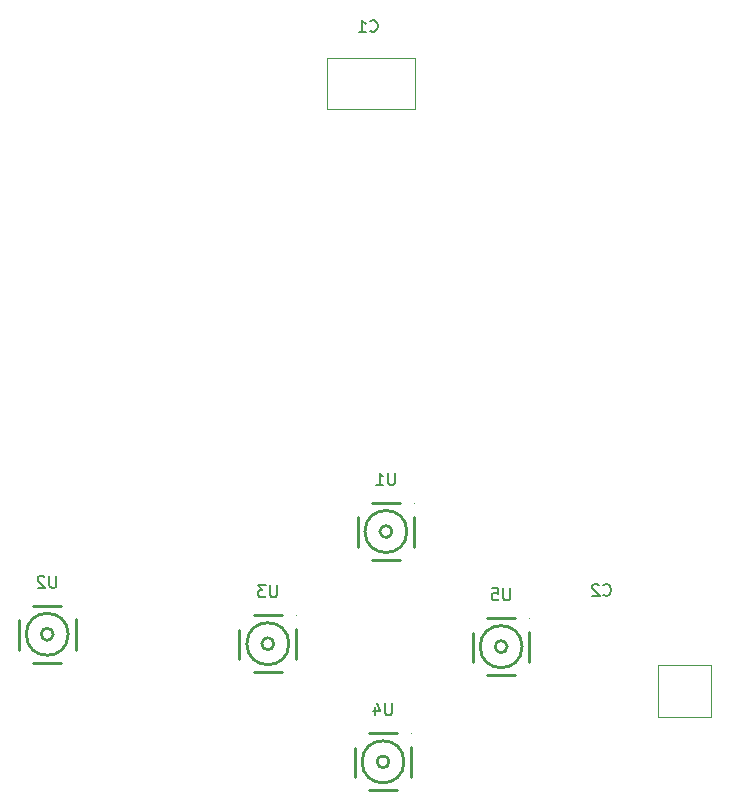
<source format=gbr>
%TF.GenerationSoftware,KiCad,Pcbnew,7.0.5*%
%TF.CreationDate,2023-07-18T08:52:37+01:00*%
%TF.ProjectId,rbuttons,72627574-746f-46e7-932e-6b696361645f,rev?*%
%TF.SameCoordinates,Original*%
%TF.FileFunction,Legend,Bot*%
%TF.FilePolarity,Positive*%
%FSLAX46Y46*%
G04 Gerber Fmt 4.6, Leading zero omitted, Abs format (unit mm)*
G04 Created by KiCad (PCBNEW 7.0.5) date 2023-07-18 08:52:37*
%MOMM*%
%LPD*%
G01*
G04 APERTURE LIST*
%ADD10C,0.150000*%
%ADD11C,0.254000*%
%ADD12C,0.059995*%
%ADD13C,0.120000*%
G04 APERTURE END LIST*
D10*
%TO.C,U2*%
X75831881Y-108754730D02*
X75831881Y-109564253D01*
X75831881Y-109564253D02*
X75784262Y-109659491D01*
X75784262Y-109659491D02*
X75736643Y-109707111D01*
X75736643Y-109707111D02*
X75641405Y-109754730D01*
X75641405Y-109754730D02*
X75450929Y-109754730D01*
X75450929Y-109754730D02*
X75355691Y-109707111D01*
X75355691Y-109707111D02*
X75308072Y-109659491D01*
X75308072Y-109659491D02*
X75260453Y-109564253D01*
X75260453Y-109564253D02*
X75260453Y-108754730D01*
X74831881Y-108849968D02*
X74784262Y-108802349D01*
X74784262Y-108802349D02*
X74689024Y-108754730D01*
X74689024Y-108754730D02*
X74450929Y-108754730D01*
X74450929Y-108754730D02*
X74355691Y-108802349D01*
X74355691Y-108802349D02*
X74308072Y-108849968D01*
X74308072Y-108849968D02*
X74260453Y-108945206D01*
X74260453Y-108945206D02*
X74260453Y-109040444D01*
X74260453Y-109040444D02*
X74308072Y-109183301D01*
X74308072Y-109183301D02*
X74879500Y-109754730D01*
X74879500Y-109754730D02*
X74260453Y-109754730D01*
%TO.C,U5*%
X114261904Y-109804768D02*
X114261904Y-110614291D01*
X114261904Y-110614291D02*
X114214285Y-110709529D01*
X114214285Y-110709529D02*
X114166666Y-110757149D01*
X114166666Y-110757149D02*
X114071428Y-110804768D01*
X114071428Y-110804768D02*
X113880952Y-110804768D01*
X113880952Y-110804768D02*
X113785714Y-110757149D01*
X113785714Y-110757149D02*
X113738095Y-110709529D01*
X113738095Y-110709529D02*
X113690476Y-110614291D01*
X113690476Y-110614291D02*
X113690476Y-109804768D01*
X112738095Y-109804768D02*
X113214285Y-109804768D01*
X113214285Y-109804768D02*
X113261904Y-110280958D01*
X113261904Y-110280958D02*
X113214285Y-110233339D01*
X113214285Y-110233339D02*
X113119047Y-110185720D01*
X113119047Y-110185720D02*
X112880952Y-110185720D01*
X112880952Y-110185720D02*
X112785714Y-110233339D01*
X112785714Y-110233339D02*
X112738095Y-110280958D01*
X112738095Y-110280958D02*
X112690476Y-110376196D01*
X112690476Y-110376196D02*
X112690476Y-110614291D01*
X112690476Y-110614291D02*
X112738095Y-110709529D01*
X112738095Y-110709529D02*
X112785714Y-110757149D01*
X112785714Y-110757149D02*
X112880952Y-110804768D01*
X112880952Y-110804768D02*
X113119047Y-110804768D01*
X113119047Y-110804768D02*
X113214285Y-110757149D01*
X113214285Y-110757149D02*
X113261904Y-110709529D01*
%TO.C,U3*%
X94511904Y-109554768D02*
X94511904Y-110364291D01*
X94511904Y-110364291D02*
X94464285Y-110459529D01*
X94464285Y-110459529D02*
X94416666Y-110507149D01*
X94416666Y-110507149D02*
X94321428Y-110554768D01*
X94321428Y-110554768D02*
X94130952Y-110554768D01*
X94130952Y-110554768D02*
X94035714Y-110507149D01*
X94035714Y-110507149D02*
X93988095Y-110459529D01*
X93988095Y-110459529D02*
X93940476Y-110364291D01*
X93940476Y-110364291D02*
X93940476Y-109554768D01*
X93559523Y-109554768D02*
X92940476Y-109554768D01*
X92940476Y-109554768D02*
X93273809Y-109935720D01*
X93273809Y-109935720D02*
X93130952Y-109935720D01*
X93130952Y-109935720D02*
X93035714Y-109983339D01*
X93035714Y-109983339D02*
X92988095Y-110030958D01*
X92988095Y-110030958D02*
X92940476Y-110126196D01*
X92940476Y-110126196D02*
X92940476Y-110364291D01*
X92940476Y-110364291D02*
X92988095Y-110459529D01*
X92988095Y-110459529D02*
X93035714Y-110507149D01*
X93035714Y-110507149D02*
X93130952Y-110554768D01*
X93130952Y-110554768D02*
X93416666Y-110554768D01*
X93416666Y-110554768D02*
X93511904Y-110507149D01*
X93511904Y-110507149D02*
X93559523Y-110459529D01*
%TO.C,C2*%
X122166666Y-110359580D02*
X122214285Y-110407200D01*
X122214285Y-110407200D02*
X122357142Y-110454819D01*
X122357142Y-110454819D02*
X122452380Y-110454819D01*
X122452380Y-110454819D02*
X122595237Y-110407200D01*
X122595237Y-110407200D02*
X122690475Y-110311961D01*
X122690475Y-110311961D02*
X122738094Y-110216723D01*
X122738094Y-110216723D02*
X122785713Y-110026247D01*
X122785713Y-110026247D02*
X122785713Y-109883390D01*
X122785713Y-109883390D02*
X122738094Y-109692914D01*
X122738094Y-109692914D02*
X122690475Y-109597676D01*
X122690475Y-109597676D02*
X122595237Y-109502438D01*
X122595237Y-109502438D02*
X122452380Y-109454819D01*
X122452380Y-109454819D02*
X122357142Y-109454819D01*
X122357142Y-109454819D02*
X122214285Y-109502438D01*
X122214285Y-109502438D02*
X122166666Y-109550057D01*
X121785713Y-109550057D02*
X121738094Y-109502438D01*
X121738094Y-109502438D02*
X121642856Y-109454819D01*
X121642856Y-109454819D02*
X121404761Y-109454819D01*
X121404761Y-109454819D02*
X121309523Y-109502438D01*
X121309523Y-109502438D02*
X121261904Y-109550057D01*
X121261904Y-109550057D02*
X121214285Y-109645295D01*
X121214285Y-109645295D02*
X121214285Y-109740533D01*
X121214285Y-109740533D02*
X121261904Y-109883390D01*
X121261904Y-109883390D02*
X121833332Y-110454819D01*
X121833332Y-110454819D02*
X121214285Y-110454819D01*
%TO.C,C1*%
X102416413Y-62609580D02*
X102464032Y-62657200D01*
X102464032Y-62657200D02*
X102606889Y-62704819D01*
X102606889Y-62704819D02*
X102702127Y-62704819D01*
X102702127Y-62704819D02*
X102844984Y-62657200D01*
X102844984Y-62657200D02*
X102940222Y-62561961D01*
X102940222Y-62561961D02*
X102987841Y-62466723D01*
X102987841Y-62466723D02*
X103035460Y-62276247D01*
X103035460Y-62276247D02*
X103035460Y-62133390D01*
X103035460Y-62133390D02*
X102987841Y-61942914D01*
X102987841Y-61942914D02*
X102940222Y-61847676D01*
X102940222Y-61847676D02*
X102844984Y-61752438D01*
X102844984Y-61752438D02*
X102702127Y-61704819D01*
X102702127Y-61704819D02*
X102606889Y-61704819D01*
X102606889Y-61704819D02*
X102464032Y-61752438D01*
X102464032Y-61752438D02*
X102416413Y-61800057D01*
X101464032Y-62704819D02*
X102035460Y-62704819D01*
X101749746Y-62704819D02*
X101749746Y-61704819D01*
X101749746Y-61704819D02*
X101844984Y-61847676D01*
X101844984Y-61847676D02*
X101940222Y-61942914D01*
X101940222Y-61942914D02*
X102035460Y-61990533D01*
%TO.C,U1*%
X104511904Y-100054768D02*
X104511904Y-100864291D01*
X104511904Y-100864291D02*
X104464285Y-100959529D01*
X104464285Y-100959529D02*
X104416666Y-101007149D01*
X104416666Y-101007149D02*
X104321428Y-101054768D01*
X104321428Y-101054768D02*
X104130952Y-101054768D01*
X104130952Y-101054768D02*
X104035714Y-101007149D01*
X104035714Y-101007149D02*
X103988095Y-100959529D01*
X103988095Y-100959529D02*
X103940476Y-100864291D01*
X103940476Y-100864291D02*
X103940476Y-100054768D01*
X102940476Y-101054768D02*
X103511904Y-101054768D01*
X103226190Y-101054768D02*
X103226190Y-100054768D01*
X103226190Y-100054768D02*
X103321428Y-100197625D01*
X103321428Y-100197625D02*
X103416666Y-100292863D01*
X103416666Y-100292863D02*
X103511904Y-100340482D01*
%TO.C,U4*%
X104261904Y-119554768D02*
X104261904Y-120364291D01*
X104261904Y-120364291D02*
X104214285Y-120459529D01*
X104214285Y-120459529D02*
X104166666Y-120507149D01*
X104166666Y-120507149D02*
X104071428Y-120554768D01*
X104071428Y-120554768D02*
X103880952Y-120554768D01*
X103880952Y-120554768D02*
X103785714Y-120507149D01*
X103785714Y-120507149D02*
X103738095Y-120459529D01*
X103738095Y-120459529D02*
X103690476Y-120364291D01*
X103690476Y-120364291D02*
X103690476Y-119554768D01*
X102785714Y-119888101D02*
X102785714Y-120554768D01*
X103023809Y-119507149D02*
X103261904Y-120221434D01*
X103261904Y-120221434D02*
X102642857Y-120221434D01*
D11*
%TO.C,U2*%
X77469977Y-112431229D02*
X77469977Y-115000089D01*
X76268986Y-111299911D02*
X73871222Y-111299911D01*
X73871222Y-116100013D02*
X76268986Y-116100013D01*
X72669977Y-112500089D02*
X72669977Y-115000089D01*
D12*
X77499974Y-111300089D02*
G75*
G03*
X77499974Y-111300089I-29997J0D01*
G01*
D11*
X75578105Y-113699962D02*
G75*
G03*
X75578105Y-113699962I-508001J0D01*
G01*
X76848108Y-113699962D02*
G75*
G03*
X76848108Y-113699962I-1778004J0D01*
G01*
%TO.C,U5*%
X115900000Y-113481267D02*
X115900000Y-116050127D01*
X114699009Y-112349949D02*
X112301245Y-112349949D01*
X112301245Y-117150051D02*
X114699009Y-117150051D01*
X111100000Y-113550127D02*
X111100000Y-116050127D01*
D12*
X115929997Y-112350127D02*
G75*
G03*
X115929997Y-112350127I-29997J0D01*
G01*
D11*
X114008128Y-114750000D02*
G75*
G03*
X114008128Y-114750000I-508001J0D01*
G01*
X115278131Y-114750000D02*
G75*
G03*
X115278131Y-114750000I-1778004J0D01*
G01*
%TO.C,U3*%
X96150000Y-113231267D02*
X96150000Y-115800127D01*
X94949009Y-112099949D02*
X92551245Y-112099949D01*
X92551245Y-116900051D02*
X94949009Y-116900051D01*
X91350000Y-113300127D02*
X91350000Y-115800127D01*
D12*
X96179997Y-112100127D02*
G75*
G03*
X96179997Y-112100127I-29997J0D01*
G01*
D11*
X94258128Y-114500000D02*
G75*
G03*
X94258128Y-114500000I-508001J0D01*
G01*
X95528131Y-114500000D02*
G75*
G03*
X95528131Y-114500000I-1778004J0D01*
G01*
D13*
%TO.C,C2*%
X131250000Y-116319085D02*
X131250000Y-120679085D01*
X126750000Y-120680000D02*
X131250000Y-120679085D01*
X126750000Y-116320000D02*
X131250000Y-116319085D01*
X126750000Y-116320000D02*
X126750000Y-120680000D01*
%TO.C,C1*%
X106249493Y-69255000D02*
X106249493Y-64895000D01*
X106249493Y-69255000D02*
X98750000Y-69255915D01*
X106249493Y-64895000D02*
X98750000Y-64895915D01*
X98750000Y-69255915D02*
X98750000Y-64895915D01*
D11*
%TO.C,U1*%
X106150000Y-103731267D02*
X106150000Y-106300127D01*
X104949009Y-102599949D02*
X102551245Y-102599949D01*
X102551245Y-107400051D02*
X104949009Y-107400051D01*
X101350000Y-103800127D02*
X101350000Y-106300127D01*
D12*
X106179997Y-102600127D02*
G75*
G03*
X106179997Y-102600127I-29997J0D01*
G01*
D11*
X104258128Y-105000000D02*
G75*
G03*
X104258128Y-105000000I-508001J0D01*
G01*
X105528131Y-105000000D02*
G75*
G03*
X105528131Y-105000000I-1778004J0D01*
G01*
%TO.C,U4*%
X105900000Y-123231267D02*
X105900000Y-125800127D01*
X104699009Y-122099949D02*
X102301245Y-122099949D01*
X102301245Y-126900051D02*
X104699009Y-126900051D01*
X101100000Y-123300127D02*
X101100000Y-125800127D01*
D12*
X105929997Y-122100127D02*
G75*
G03*
X105929997Y-122100127I-29997J0D01*
G01*
D11*
X104008128Y-124500000D02*
G75*
G03*
X104008128Y-124500000I-508001J0D01*
G01*
X105278131Y-124500000D02*
G75*
G03*
X105278131Y-124500000I-1778004J0D01*
G01*
%TD*%
M02*

</source>
